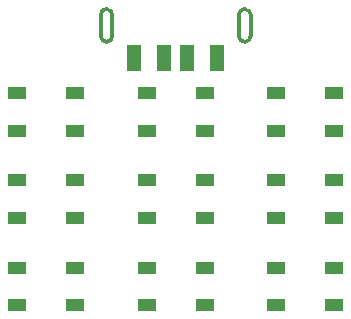
<source format=gbr>
%TF.GenerationSoftware,KiCad,Pcbnew,(6.0.5)*%
%TF.CreationDate,2022-11-09T18:14:35+05:30*%
%TF.ProjectId,USBNightLightV1,5553424e-6967-4687-944c-696768745631,rev?*%
%TF.SameCoordinates,Original*%
%TF.FileFunction,Paste,Top*%
%TF.FilePolarity,Positive*%
%FSLAX46Y46*%
G04 Gerber Fmt 4.6, Leading zero omitted, Abs format (unit mm)*
G04 Created by KiCad (PCBNEW (6.0.5)) date 2022-11-09 18:14:35*
%MOMM*%
%LPD*%
G01*
G04 APERTURE LIST*
%ADD10C,0.300000*%
%ADD11R,1.500000X1.000000*%
%ADD12R,1.200000X2.300000*%
G04 APERTURE END LIST*
D10*
%TO.C,J1*%
X149919025Y-69496100D02*
X149919025Y-71296100D01*
X148919025Y-71296100D02*
X148919025Y-69496100D01*
X137219025Y-71296100D02*
X137219025Y-69496100D01*
X138219025Y-69496100D02*
X138219025Y-71296100D01*
X138219025Y-69496100D02*
G75*
G03*
X137719025Y-68996100I-500000J0D01*
G01*
X137219025Y-71296100D02*
G75*
G03*
X137719025Y-71796100I500000J0D01*
G01*
X148919025Y-71296100D02*
G75*
G03*
X149419025Y-71796100I500001J1D01*
G01*
X137719025Y-68996100D02*
G75*
G03*
X137219025Y-69496100I0J-500000D01*
G01*
X137719025Y-71796100D02*
G75*
G03*
X138219025Y-71296100I0J500000D01*
G01*
X149419025Y-68996100D02*
G75*
G03*
X148919025Y-69496100I1J-500001D01*
G01*
X149419025Y-71796100D02*
G75*
G03*
X149919025Y-71296100I-1J500001D01*
G01*
X149919025Y-69496100D02*
G75*
G03*
X149419025Y-68996100I-500001J-1D01*
G01*
%TD*%
D11*
%TO.C,D5*%
X146019000Y-86713000D03*
X146019000Y-83513000D03*
X141119000Y-83513000D03*
X141119000Y-86713000D03*
%TD*%
%TO.C,D3*%
X156978000Y-79313000D03*
X156978000Y-76113000D03*
X152078000Y-76113000D03*
X152078000Y-79313000D03*
%TD*%
%TO.C,D4*%
X135060000Y-86713000D03*
X135060000Y-83513000D03*
X130160000Y-83513000D03*
X130160000Y-86713000D03*
%TD*%
%TO.C,D8*%
X146019000Y-94113000D03*
X146019000Y-90913000D03*
X141119000Y-90913000D03*
X141119000Y-94113000D03*
%TD*%
%TO.C,D2*%
X146019000Y-79313000D03*
X146019000Y-76113000D03*
X141119000Y-76113000D03*
X141119000Y-79313000D03*
%TD*%
%TO.C,D9*%
X156978000Y-94113000D03*
X156978000Y-90913000D03*
X152078000Y-90913000D03*
X152078000Y-94113000D03*
%TD*%
%TO.C,D6*%
X156978000Y-86713000D03*
X156978000Y-83513000D03*
X152078000Y-83513000D03*
X152078000Y-86713000D03*
%TD*%
D12*
%TO.C,J1*%
X140069025Y-73146100D03*
X142569025Y-73146100D03*
X144569025Y-73146100D03*
X147069025Y-73146100D03*
%TD*%
D11*
%TO.C,D1*%
X135060000Y-79313000D03*
X135060000Y-76113000D03*
X130160000Y-76113000D03*
X130160000Y-79313000D03*
%TD*%
%TO.C,D7*%
X135060000Y-94113000D03*
X135060000Y-90913000D03*
X130160000Y-90913000D03*
X130160000Y-94113000D03*
%TD*%
M02*

</source>
